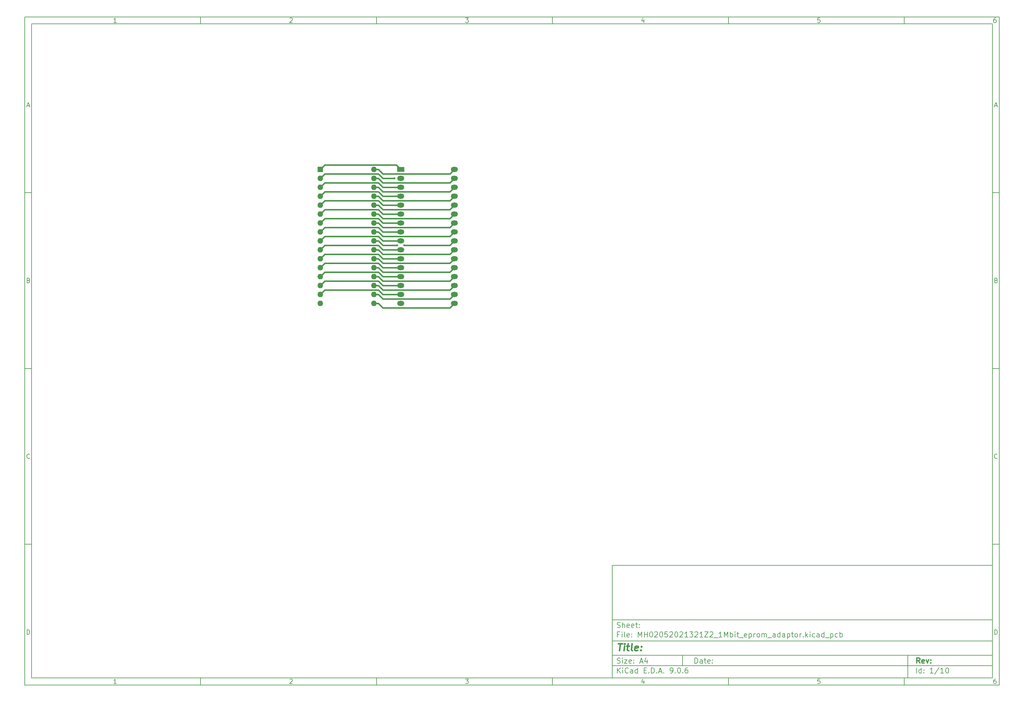
<source format=gbr>
%TF.GenerationSoftware,KiCad,Pcbnew,9.0.6*%
%TF.CreationDate,2026-01-11T11:31:52+09:00*%
%TF.ProjectId,MH02052021321Z2_1Mbit_eprom_adaptor,4d483032-3035-4323-9032-313332315a32,rev?*%
%TF.SameCoordinates,Original*%
%TF.FileFunction,Copper,L1,Top*%
%TF.FilePolarity,Positive*%
%FSLAX46Y46*%
G04 Gerber Fmt 4.6, Leading zero omitted, Abs format (unit mm)*
G04 Created by KiCad (PCBNEW 9.0.6) date 2026-01-11 11:31:52*
%MOMM*%
%LPD*%
G01*
G04 APERTURE LIST*
%ADD10C,0.100000*%
%ADD11C,0.150000*%
%ADD12C,0.300000*%
%ADD13C,0.400000*%
%TA.AperFunction,ComponentPad*%
%ADD14R,1.600000X1.600000*%
%TD*%
%TA.AperFunction,ComponentPad*%
%ADD15O,1.600000X1.600000*%
%TD*%
%TA.AperFunction,ComponentPad*%
%ADD16R,2.000000X1.440000*%
%TD*%
%TA.AperFunction,ComponentPad*%
%ADD17O,2.000000X1.440000*%
%TD*%
%TA.AperFunction,ViaPad*%
%ADD18C,0.600000*%
%TD*%
%TA.AperFunction,Conductor*%
%ADD19C,0.400000*%
%TD*%
G04 APERTURE END LIST*
D10*
D11*
X177002200Y-166007200D02*
X285002200Y-166007200D01*
X285002200Y-198007200D01*
X177002200Y-198007200D01*
X177002200Y-166007200D01*
D10*
D11*
X10000000Y-10000000D02*
X287002200Y-10000000D01*
X287002200Y-200007200D01*
X10000000Y-200007200D01*
X10000000Y-10000000D01*
D10*
D11*
X12000000Y-12000000D02*
X285002200Y-12000000D01*
X285002200Y-198007200D01*
X12000000Y-198007200D01*
X12000000Y-12000000D01*
D10*
D11*
X60000000Y-12000000D02*
X60000000Y-10000000D01*
D10*
D11*
X110000000Y-12000000D02*
X110000000Y-10000000D01*
D10*
D11*
X160000000Y-12000000D02*
X160000000Y-10000000D01*
D10*
D11*
X210000000Y-12000000D02*
X210000000Y-10000000D01*
D10*
D11*
X260000000Y-12000000D02*
X260000000Y-10000000D01*
D10*
D11*
X36089160Y-11593604D02*
X35346303Y-11593604D01*
X35717731Y-11593604D02*
X35717731Y-10293604D01*
X35717731Y-10293604D02*
X35593922Y-10479319D01*
X35593922Y-10479319D02*
X35470112Y-10603128D01*
X35470112Y-10603128D02*
X35346303Y-10665033D01*
D10*
D11*
X85346303Y-10417414D02*
X85408207Y-10355509D01*
X85408207Y-10355509D02*
X85532017Y-10293604D01*
X85532017Y-10293604D02*
X85841541Y-10293604D01*
X85841541Y-10293604D02*
X85965350Y-10355509D01*
X85965350Y-10355509D02*
X86027255Y-10417414D01*
X86027255Y-10417414D02*
X86089160Y-10541223D01*
X86089160Y-10541223D02*
X86089160Y-10665033D01*
X86089160Y-10665033D02*
X86027255Y-10850747D01*
X86027255Y-10850747D02*
X85284398Y-11593604D01*
X85284398Y-11593604D02*
X86089160Y-11593604D01*
D10*
D11*
X135284398Y-10293604D02*
X136089160Y-10293604D01*
X136089160Y-10293604D02*
X135655826Y-10788842D01*
X135655826Y-10788842D02*
X135841541Y-10788842D01*
X135841541Y-10788842D02*
X135965350Y-10850747D01*
X135965350Y-10850747D02*
X136027255Y-10912652D01*
X136027255Y-10912652D02*
X136089160Y-11036461D01*
X136089160Y-11036461D02*
X136089160Y-11345985D01*
X136089160Y-11345985D02*
X136027255Y-11469795D01*
X136027255Y-11469795D02*
X135965350Y-11531700D01*
X135965350Y-11531700D02*
X135841541Y-11593604D01*
X135841541Y-11593604D02*
X135470112Y-11593604D01*
X135470112Y-11593604D02*
X135346303Y-11531700D01*
X135346303Y-11531700D02*
X135284398Y-11469795D01*
D10*
D11*
X185965350Y-10726938D02*
X185965350Y-11593604D01*
X185655826Y-10231700D02*
X185346303Y-11160271D01*
X185346303Y-11160271D02*
X186151064Y-11160271D01*
D10*
D11*
X236027255Y-10293604D02*
X235408207Y-10293604D01*
X235408207Y-10293604D02*
X235346303Y-10912652D01*
X235346303Y-10912652D02*
X235408207Y-10850747D01*
X235408207Y-10850747D02*
X235532017Y-10788842D01*
X235532017Y-10788842D02*
X235841541Y-10788842D01*
X235841541Y-10788842D02*
X235965350Y-10850747D01*
X235965350Y-10850747D02*
X236027255Y-10912652D01*
X236027255Y-10912652D02*
X236089160Y-11036461D01*
X236089160Y-11036461D02*
X236089160Y-11345985D01*
X236089160Y-11345985D02*
X236027255Y-11469795D01*
X236027255Y-11469795D02*
X235965350Y-11531700D01*
X235965350Y-11531700D02*
X235841541Y-11593604D01*
X235841541Y-11593604D02*
X235532017Y-11593604D01*
X235532017Y-11593604D02*
X235408207Y-11531700D01*
X235408207Y-11531700D02*
X235346303Y-11469795D01*
D10*
D11*
X285965350Y-10293604D02*
X285717731Y-10293604D01*
X285717731Y-10293604D02*
X285593922Y-10355509D01*
X285593922Y-10355509D02*
X285532017Y-10417414D01*
X285532017Y-10417414D02*
X285408207Y-10603128D01*
X285408207Y-10603128D02*
X285346303Y-10850747D01*
X285346303Y-10850747D02*
X285346303Y-11345985D01*
X285346303Y-11345985D02*
X285408207Y-11469795D01*
X285408207Y-11469795D02*
X285470112Y-11531700D01*
X285470112Y-11531700D02*
X285593922Y-11593604D01*
X285593922Y-11593604D02*
X285841541Y-11593604D01*
X285841541Y-11593604D02*
X285965350Y-11531700D01*
X285965350Y-11531700D02*
X286027255Y-11469795D01*
X286027255Y-11469795D02*
X286089160Y-11345985D01*
X286089160Y-11345985D02*
X286089160Y-11036461D01*
X286089160Y-11036461D02*
X286027255Y-10912652D01*
X286027255Y-10912652D02*
X285965350Y-10850747D01*
X285965350Y-10850747D02*
X285841541Y-10788842D01*
X285841541Y-10788842D02*
X285593922Y-10788842D01*
X285593922Y-10788842D02*
X285470112Y-10850747D01*
X285470112Y-10850747D02*
X285408207Y-10912652D01*
X285408207Y-10912652D02*
X285346303Y-11036461D01*
D10*
D11*
X60000000Y-198007200D02*
X60000000Y-200007200D01*
D10*
D11*
X110000000Y-198007200D02*
X110000000Y-200007200D01*
D10*
D11*
X160000000Y-198007200D02*
X160000000Y-200007200D01*
D10*
D11*
X210000000Y-198007200D02*
X210000000Y-200007200D01*
D10*
D11*
X260000000Y-198007200D02*
X260000000Y-200007200D01*
D10*
D11*
X36089160Y-199600804D02*
X35346303Y-199600804D01*
X35717731Y-199600804D02*
X35717731Y-198300804D01*
X35717731Y-198300804D02*
X35593922Y-198486519D01*
X35593922Y-198486519D02*
X35470112Y-198610328D01*
X35470112Y-198610328D02*
X35346303Y-198672233D01*
D10*
D11*
X85346303Y-198424614D02*
X85408207Y-198362709D01*
X85408207Y-198362709D02*
X85532017Y-198300804D01*
X85532017Y-198300804D02*
X85841541Y-198300804D01*
X85841541Y-198300804D02*
X85965350Y-198362709D01*
X85965350Y-198362709D02*
X86027255Y-198424614D01*
X86027255Y-198424614D02*
X86089160Y-198548423D01*
X86089160Y-198548423D02*
X86089160Y-198672233D01*
X86089160Y-198672233D02*
X86027255Y-198857947D01*
X86027255Y-198857947D02*
X85284398Y-199600804D01*
X85284398Y-199600804D02*
X86089160Y-199600804D01*
D10*
D11*
X135284398Y-198300804D02*
X136089160Y-198300804D01*
X136089160Y-198300804D02*
X135655826Y-198796042D01*
X135655826Y-198796042D02*
X135841541Y-198796042D01*
X135841541Y-198796042D02*
X135965350Y-198857947D01*
X135965350Y-198857947D02*
X136027255Y-198919852D01*
X136027255Y-198919852D02*
X136089160Y-199043661D01*
X136089160Y-199043661D02*
X136089160Y-199353185D01*
X136089160Y-199353185D02*
X136027255Y-199476995D01*
X136027255Y-199476995D02*
X135965350Y-199538900D01*
X135965350Y-199538900D02*
X135841541Y-199600804D01*
X135841541Y-199600804D02*
X135470112Y-199600804D01*
X135470112Y-199600804D02*
X135346303Y-199538900D01*
X135346303Y-199538900D02*
X135284398Y-199476995D01*
D10*
D11*
X185965350Y-198734138D02*
X185965350Y-199600804D01*
X185655826Y-198238900D02*
X185346303Y-199167471D01*
X185346303Y-199167471D02*
X186151064Y-199167471D01*
D10*
D11*
X236027255Y-198300804D02*
X235408207Y-198300804D01*
X235408207Y-198300804D02*
X235346303Y-198919852D01*
X235346303Y-198919852D02*
X235408207Y-198857947D01*
X235408207Y-198857947D02*
X235532017Y-198796042D01*
X235532017Y-198796042D02*
X235841541Y-198796042D01*
X235841541Y-198796042D02*
X235965350Y-198857947D01*
X235965350Y-198857947D02*
X236027255Y-198919852D01*
X236027255Y-198919852D02*
X236089160Y-199043661D01*
X236089160Y-199043661D02*
X236089160Y-199353185D01*
X236089160Y-199353185D02*
X236027255Y-199476995D01*
X236027255Y-199476995D02*
X235965350Y-199538900D01*
X235965350Y-199538900D02*
X235841541Y-199600804D01*
X235841541Y-199600804D02*
X235532017Y-199600804D01*
X235532017Y-199600804D02*
X235408207Y-199538900D01*
X235408207Y-199538900D02*
X235346303Y-199476995D01*
D10*
D11*
X285965350Y-198300804D02*
X285717731Y-198300804D01*
X285717731Y-198300804D02*
X285593922Y-198362709D01*
X285593922Y-198362709D02*
X285532017Y-198424614D01*
X285532017Y-198424614D02*
X285408207Y-198610328D01*
X285408207Y-198610328D02*
X285346303Y-198857947D01*
X285346303Y-198857947D02*
X285346303Y-199353185D01*
X285346303Y-199353185D02*
X285408207Y-199476995D01*
X285408207Y-199476995D02*
X285470112Y-199538900D01*
X285470112Y-199538900D02*
X285593922Y-199600804D01*
X285593922Y-199600804D02*
X285841541Y-199600804D01*
X285841541Y-199600804D02*
X285965350Y-199538900D01*
X285965350Y-199538900D02*
X286027255Y-199476995D01*
X286027255Y-199476995D02*
X286089160Y-199353185D01*
X286089160Y-199353185D02*
X286089160Y-199043661D01*
X286089160Y-199043661D02*
X286027255Y-198919852D01*
X286027255Y-198919852D02*
X285965350Y-198857947D01*
X285965350Y-198857947D02*
X285841541Y-198796042D01*
X285841541Y-198796042D02*
X285593922Y-198796042D01*
X285593922Y-198796042D02*
X285470112Y-198857947D01*
X285470112Y-198857947D02*
X285408207Y-198919852D01*
X285408207Y-198919852D02*
X285346303Y-199043661D01*
D10*
D11*
X10000000Y-60000000D02*
X12000000Y-60000000D01*
D10*
D11*
X10000000Y-110000000D02*
X12000000Y-110000000D01*
D10*
D11*
X10000000Y-160000000D02*
X12000000Y-160000000D01*
D10*
D11*
X10690476Y-35222176D02*
X11309523Y-35222176D01*
X10566666Y-35593604D02*
X10999999Y-34293604D01*
X10999999Y-34293604D02*
X11433333Y-35593604D01*
D10*
D11*
X11092857Y-84912652D02*
X11278571Y-84974557D01*
X11278571Y-84974557D02*
X11340476Y-85036461D01*
X11340476Y-85036461D02*
X11402380Y-85160271D01*
X11402380Y-85160271D02*
X11402380Y-85345985D01*
X11402380Y-85345985D02*
X11340476Y-85469795D01*
X11340476Y-85469795D02*
X11278571Y-85531700D01*
X11278571Y-85531700D02*
X11154761Y-85593604D01*
X11154761Y-85593604D02*
X10659523Y-85593604D01*
X10659523Y-85593604D02*
X10659523Y-84293604D01*
X10659523Y-84293604D02*
X11092857Y-84293604D01*
X11092857Y-84293604D02*
X11216666Y-84355509D01*
X11216666Y-84355509D02*
X11278571Y-84417414D01*
X11278571Y-84417414D02*
X11340476Y-84541223D01*
X11340476Y-84541223D02*
X11340476Y-84665033D01*
X11340476Y-84665033D02*
X11278571Y-84788842D01*
X11278571Y-84788842D02*
X11216666Y-84850747D01*
X11216666Y-84850747D02*
X11092857Y-84912652D01*
X11092857Y-84912652D02*
X10659523Y-84912652D01*
D10*
D11*
X11402380Y-135469795D02*
X11340476Y-135531700D01*
X11340476Y-135531700D02*
X11154761Y-135593604D01*
X11154761Y-135593604D02*
X11030952Y-135593604D01*
X11030952Y-135593604D02*
X10845238Y-135531700D01*
X10845238Y-135531700D02*
X10721428Y-135407890D01*
X10721428Y-135407890D02*
X10659523Y-135284080D01*
X10659523Y-135284080D02*
X10597619Y-135036461D01*
X10597619Y-135036461D02*
X10597619Y-134850747D01*
X10597619Y-134850747D02*
X10659523Y-134603128D01*
X10659523Y-134603128D02*
X10721428Y-134479319D01*
X10721428Y-134479319D02*
X10845238Y-134355509D01*
X10845238Y-134355509D02*
X11030952Y-134293604D01*
X11030952Y-134293604D02*
X11154761Y-134293604D01*
X11154761Y-134293604D02*
X11340476Y-134355509D01*
X11340476Y-134355509D02*
X11402380Y-134417414D01*
D10*
D11*
X10659523Y-185593604D02*
X10659523Y-184293604D01*
X10659523Y-184293604D02*
X10969047Y-184293604D01*
X10969047Y-184293604D02*
X11154761Y-184355509D01*
X11154761Y-184355509D02*
X11278571Y-184479319D01*
X11278571Y-184479319D02*
X11340476Y-184603128D01*
X11340476Y-184603128D02*
X11402380Y-184850747D01*
X11402380Y-184850747D02*
X11402380Y-185036461D01*
X11402380Y-185036461D02*
X11340476Y-185284080D01*
X11340476Y-185284080D02*
X11278571Y-185407890D01*
X11278571Y-185407890D02*
X11154761Y-185531700D01*
X11154761Y-185531700D02*
X10969047Y-185593604D01*
X10969047Y-185593604D02*
X10659523Y-185593604D01*
D10*
D11*
X287002200Y-60000000D02*
X285002200Y-60000000D01*
D10*
D11*
X287002200Y-110000000D02*
X285002200Y-110000000D01*
D10*
D11*
X287002200Y-160000000D02*
X285002200Y-160000000D01*
D10*
D11*
X285692676Y-35222176D02*
X286311723Y-35222176D01*
X285568866Y-35593604D02*
X286002199Y-34293604D01*
X286002199Y-34293604D02*
X286435533Y-35593604D01*
D10*
D11*
X286095057Y-84912652D02*
X286280771Y-84974557D01*
X286280771Y-84974557D02*
X286342676Y-85036461D01*
X286342676Y-85036461D02*
X286404580Y-85160271D01*
X286404580Y-85160271D02*
X286404580Y-85345985D01*
X286404580Y-85345985D02*
X286342676Y-85469795D01*
X286342676Y-85469795D02*
X286280771Y-85531700D01*
X286280771Y-85531700D02*
X286156961Y-85593604D01*
X286156961Y-85593604D02*
X285661723Y-85593604D01*
X285661723Y-85593604D02*
X285661723Y-84293604D01*
X285661723Y-84293604D02*
X286095057Y-84293604D01*
X286095057Y-84293604D02*
X286218866Y-84355509D01*
X286218866Y-84355509D02*
X286280771Y-84417414D01*
X286280771Y-84417414D02*
X286342676Y-84541223D01*
X286342676Y-84541223D02*
X286342676Y-84665033D01*
X286342676Y-84665033D02*
X286280771Y-84788842D01*
X286280771Y-84788842D02*
X286218866Y-84850747D01*
X286218866Y-84850747D02*
X286095057Y-84912652D01*
X286095057Y-84912652D02*
X285661723Y-84912652D01*
D10*
D11*
X286404580Y-135469795D02*
X286342676Y-135531700D01*
X286342676Y-135531700D02*
X286156961Y-135593604D01*
X286156961Y-135593604D02*
X286033152Y-135593604D01*
X286033152Y-135593604D02*
X285847438Y-135531700D01*
X285847438Y-135531700D02*
X285723628Y-135407890D01*
X285723628Y-135407890D02*
X285661723Y-135284080D01*
X285661723Y-135284080D02*
X285599819Y-135036461D01*
X285599819Y-135036461D02*
X285599819Y-134850747D01*
X285599819Y-134850747D02*
X285661723Y-134603128D01*
X285661723Y-134603128D02*
X285723628Y-134479319D01*
X285723628Y-134479319D02*
X285847438Y-134355509D01*
X285847438Y-134355509D02*
X286033152Y-134293604D01*
X286033152Y-134293604D02*
X286156961Y-134293604D01*
X286156961Y-134293604D02*
X286342676Y-134355509D01*
X286342676Y-134355509D02*
X286404580Y-134417414D01*
D10*
D11*
X285661723Y-185593604D02*
X285661723Y-184293604D01*
X285661723Y-184293604D02*
X285971247Y-184293604D01*
X285971247Y-184293604D02*
X286156961Y-184355509D01*
X286156961Y-184355509D02*
X286280771Y-184479319D01*
X286280771Y-184479319D02*
X286342676Y-184603128D01*
X286342676Y-184603128D02*
X286404580Y-184850747D01*
X286404580Y-184850747D02*
X286404580Y-185036461D01*
X286404580Y-185036461D02*
X286342676Y-185284080D01*
X286342676Y-185284080D02*
X286280771Y-185407890D01*
X286280771Y-185407890D02*
X286156961Y-185531700D01*
X286156961Y-185531700D02*
X285971247Y-185593604D01*
X285971247Y-185593604D02*
X285661723Y-185593604D01*
D10*
D11*
X200458026Y-193793328D02*
X200458026Y-192293328D01*
X200458026Y-192293328D02*
X200815169Y-192293328D01*
X200815169Y-192293328D02*
X201029455Y-192364757D01*
X201029455Y-192364757D02*
X201172312Y-192507614D01*
X201172312Y-192507614D02*
X201243741Y-192650471D01*
X201243741Y-192650471D02*
X201315169Y-192936185D01*
X201315169Y-192936185D02*
X201315169Y-193150471D01*
X201315169Y-193150471D02*
X201243741Y-193436185D01*
X201243741Y-193436185D02*
X201172312Y-193579042D01*
X201172312Y-193579042D02*
X201029455Y-193721900D01*
X201029455Y-193721900D02*
X200815169Y-193793328D01*
X200815169Y-193793328D02*
X200458026Y-193793328D01*
X202600884Y-193793328D02*
X202600884Y-193007614D01*
X202600884Y-193007614D02*
X202529455Y-192864757D01*
X202529455Y-192864757D02*
X202386598Y-192793328D01*
X202386598Y-192793328D02*
X202100884Y-192793328D01*
X202100884Y-192793328D02*
X201958026Y-192864757D01*
X202600884Y-193721900D02*
X202458026Y-193793328D01*
X202458026Y-193793328D02*
X202100884Y-193793328D01*
X202100884Y-193793328D02*
X201958026Y-193721900D01*
X201958026Y-193721900D02*
X201886598Y-193579042D01*
X201886598Y-193579042D02*
X201886598Y-193436185D01*
X201886598Y-193436185D02*
X201958026Y-193293328D01*
X201958026Y-193293328D02*
X202100884Y-193221900D01*
X202100884Y-193221900D02*
X202458026Y-193221900D01*
X202458026Y-193221900D02*
X202600884Y-193150471D01*
X203100884Y-192793328D02*
X203672312Y-192793328D01*
X203315169Y-192293328D02*
X203315169Y-193579042D01*
X203315169Y-193579042D02*
X203386598Y-193721900D01*
X203386598Y-193721900D02*
X203529455Y-193793328D01*
X203529455Y-193793328D02*
X203672312Y-193793328D01*
X204743741Y-193721900D02*
X204600884Y-193793328D01*
X204600884Y-193793328D02*
X204315170Y-193793328D01*
X204315170Y-193793328D02*
X204172312Y-193721900D01*
X204172312Y-193721900D02*
X204100884Y-193579042D01*
X204100884Y-193579042D02*
X204100884Y-193007614D01*
X204100884Y-193007614D02*
X204172312Y-192864757D01*
X204172312Y-192864757D02*
X204315170Y-192793328D01*
X204315170Y-192793328D02*
X204600884Y-192793328D01*
X204600884Y-192793328D02*
X204743741Y-192864757D01*
X204743741Y-192864757D02*
X204815170Y-193007614D01*
X204815170Y-193007614D02*
X204815170Y-193150471D01*
X204815170Y-193150471D02*
X204100884Y-193293328D01*
X205458026Y-193650471D02*
X205529455Y-193721900D01*
X205529455Y-193721900D02*
X205458026Y-193793328D01*
X205458026Y-193793328D02*
X205386598Y-193721900D01*
X205386598Y-193721900D02*
X205458026Y-193650471D01*
X205458026Y-193650471D02*
X205458026Y-193793328D01*
X205458026Y-192864757D02*
X205529455Y-192936185D01*
X205529455Y-192936185D02*
X205458026Y-193007614D01*
X205458026Y-193007614D02*
X205386598Y-192936185D01*
X205386598Y-192936185D02*
X205458026Y-192864757D01*
X205458026Y-192864757D02*
X205458026Y-193007614D01*
D10*
D11*
X177002200Y-194507200D02*
X285002200Y-194507200D01*
D10*
D11*
X178458026Y-196593328D02*
X178458026Y-195093328D01*
X179315169Y-196593328D02*
X178672312Y-195736185D01*
X179315169Y-195093328D02*
X178458026Y-195950471D01*
X179958026Y-196593328D02*
X179958026Y-195593328D01*
X179958026Y-195093328D02*
X179886598Y-195164757D01*
X179886598Y-195164757D02*
X179958026Y-195236185D01*
X179958026Y-195236185D02*
X180029455Y-195164757D01*
X180029455Y-195164757D02*
X179958026Y-195093328D01*
X179958026Y-195093328D02*
X179958026Y-195236185D01*
X181529455Y-196450471D02*
X181458027Y-196521900D01*
X181458027Y-196521900D02*
X181243741Y-196593328D01*
X181243741Y-196593328D02*
X181100884Y-196593328D01*
X181100884Y-196593328D02*
X180886598Y-196521900D01*
X180886598Y-196521900D02*
X180743741Y-196379042D01*
X180743741Y-196379042D02*
X180672312Y-196236185D01*
X180672312Y-196236185D02*
X180600884Y-195950471D01*
X180600884Y-195950471D02*
X180600884Y-195736185D01*
X180600884Y-195736185D02*
X180672312Y-195450471D01*
X180672312Y-195450471D02*
X180743741Y-195307614D01*
X180743741Y-195307614D02*
X180886598Y-195164757D01*
X180886598Y-195164757D02*
X181100884Y-195093328D01*
X181100884Y-195093328D02*
X181243741Y-195093328D01*
X181243741Y-195093328D02*
X181458027Y-195164757D01*
X181458027Y-195164757D02*
X181529455Y-195236185D01*
X182815170Y-196593328D02*
X182815170Y-195807614D01*
X182815170Y-195807614D02*
X182743741Y-195664757D01*
X182743741Y-195664757D02*
X182600884Y-195593328D01*
X182600884Y-195593328D02*
X182315170Y-195593328D01*
X182315170Y-195593328D02*
X182172312Y-195664757D01*
X182815170Y-196521900D02*
X182672312Y-196593328D01*
X182672312Y-196593328D02*
X182315170Y-196593328D01*
X182315170Y-196593328D02*
X182172312Y-196521900D01*
X182172312Y-196521900D02*
X182100884Y-196379042D01*
X182100884Y-196379042D02*
X182100884Y-196236185D01*
X182100884Y-196236185D02*
X182172312Y-196093328D01*
X182172312Y-196093328D02*
X182315170Y-196021900D01*
X182315170Y-196021900D02*
X182672312Y-196021900D01*
X182672312Y-196021900D02*
X182815170Y-195950471D01*
X184172313Y-196593328D02*
X184172313Y-195093328D01*
X184172313Y-196521900D02*
X184029455Y-196593328D01*
X184029455Y-196593328D02*
X183743741Y-196593328D01*
X183743741Y-196593328D02*
X183600884Y-196521900D01*
X183600884Y-196521900D02*
X183529455Y-196450471D01*
X183529455Y-196450471D02*
X183458027Y-196307614D01*
X183458027Y-196307614D02*
X183458027Y-195879042D01*
X183458027Y-195879042D02*
X183529455Y-195736185D01*
X183529455Y-195736185D02*
X183600884Y-195664757D01*
X183600884Y-195664757D02*
X183743741Y-195593328D01*
X183743741Y-195593328D02*
X184029455Y-195593328D01*
X184029455Y-195593328D02*
X184172313Y-195664757D01*
X186029455Y-195807614D02*
X186529455Y-195807614D01*
X186743741Y-196593328D02*
X186029455Y-196593328D01*
X186029455Y-196593328D02*
X186029455Y-195093328D01*
X186029455Y-195093328D02*
X186743741Y-195093328D01*
X187386598Y-196450471D02*
X187458027Y-196521900D01*
X187458027Y-196521900D02*
X187386598Y-196593328D01*
X187386598Y-196593328D02*
X187315170Y-196521900D01*
X187315170Y-196521900D02*
X187386598Y-196450471D01*
X187386598Y-196450471D02*
X187386598Y-196593328D01*
X188100884Y-196593328D02*
X188100884Y-195093328D01*
X188100884Y-195093328D02*
X188458027Y-195093328D01*
X188458027Y-195093328D02*
X188672313Y-195164757D01*
X188672313Y-195164757D02*
X188815170Y-195307614D01*
X188815170Y-195307614D02*
X188886599Y-195450471D01*
X188886599Y-195450471D02*
X188958027Y-195736185D01*
X188958027Y-195736185D02*
X188958027Y-195950471D01*
X188958027Y-195950471D02*
X188886599Y-196236185D01*
X188886599Y-196236185D02*
X188815170Y-196379042D01*
X188815170Y-196379042D02*
X188672313Y-196521900D01*
X188672313Y-196521900D02*
X188458027Y-196593328D01*
X188458027Y-196593328D02*
X188100884Y-196593328D01*
X189600884Y-196450471D02*
X189672313Y-196521900D01*
X189672313Y-196521900D02*
X189600884Y-196593328D01*
X189600884Y-196593328D02*
X189529456Y-196521900D01*
X189529456Y-196521900D02*
X189600884Y-196450471D01*
X189600884Y-196450471D02*
X189600884Y-196593328D01*
X190243742Y-196164757D02*
X190958028Y-196164757D01*
X190100885Y-196593328D02*
X190600885Y-195093328D01*
X190600885Y-195093328D02*
X191100885Y-196593328D01*
X191600884Y-196450471D02*
X191672313Y-196521900D01*
X191672313Y-196521900D02*
X191600884Y-196593328D01*
X191600884Y-196593328D02*
X191529456Y-196521900D01*
X191529456Y-196521900D02*
X191600884Y-196450471D01*
X191600884Y-196450471D02*
X191600884Y-196593328D01*
X193529456Y-196593328D02*
X193815170Y-196593328D01*
X193815170Y-196593328D02*
X193958027Y-196521900D01*
X193958027Y-196521900D02*
X194029456Y-196450471D01*
X194029456Y-196450471D02*
X194172313Y-196236185D01*
X194172313Y-196236185D02*
X194243742Y-195950471D01*
X194243742Y-195950471D02*
X194243742Y-195379042D01*
X194243742Y-195379042D02*
X194172313Y-195236185D01*
X194172313Y-195236185D02*
X194100885Y-195164757D01*
X194100885Y-195164757D02*
X193958027Y-195093328D01*
X193958027Y-195093328D02*
X193672313Y-195093328D01*
X193672313Y-195093328D02*
X193529456Y-195164757D01*
X193529456Y-195164757D02*
X193458027Y-195236185D01*
X193458027Y-195236185D02*
X193386599Y-195379042D01*
X193386599Y-195379042D02*
X193386599Y-195736185D01*
X193386599Y-195736185D02*
X193458027Y-195879042D01*
X193458027Y-195879042D02*
X193529456Y-195950471D01*
X193529456Y-195950471D02*
X193672313Y-196021900D01*
X193672313Y-196021900D02*
X193958027Y-196021900D01*
X193958027Y-196021900D02*
X194100885Y-195950471D01*
X194100885Y-195950471D02*
X194172313Y-195879042D01*
X194172313Y-195879042D02*
X194243742Y-195736185D01*
X194886598Y-196450471D02*
X194958027Y-196521900D01*
X194958027Y-196521900D02*
X194886598Y-196593328D01*
X194886598Y-196593328D02*
X194815170Y-196521900D01*
X194815170Y-196521900D02*
X194886598Y-196450471D01*
X194886598Y-196450471D02*
X194886598Y-196593328D01*
X195886599Y-195093328D02*
X196029456Y-195093328D01*
X196029456Y-195093328D02*
X196172313Y-195164757D01*
X196172313Y-195164757D02*
X196243742Y-195236185D01*
X196243742Y-195236185D02*
X196315170Y-195379042D01*
X196315170Y-195379042D02*
X196386599Y-195664757D01*
X196386599Y-195664757D02*
X196386599Y-196021900D01*
X196386599Y-196021900D02*
X196315170Y-196307614D01*
X196315170Y-196307614D02*
X196243742Y-196450471D01*
X196243742Y-196450471D02*
X196172313Y-196521900D01*
X196172313Y-196521900D02*
X196029456Y-196593328D01*
X196029456Y-196593328D02*
X195886599Y-196593328D01*
X195886599Y-196593328D02*
X195743742Y-196521900D01*
X195743742Y-196521900D02*
X195672313Y-196450471D01*
X195672313Y-196450471D02*
X195600884Y-196307614D01*
X195600884Y-196307614D02*
X195529456Y-196021900D01*
X195529456Y-196021900D02*
X195529456Y-195664757D01*
X195529456Y-195664757D02*
X195600884Y-195379042D01*
X195600884Y-195379042D02*
X195672313Y-195236185D01*
X195672313Y-195236185D02*
X195743742Y-195164757D01*
X195743742Y-195164757D02*
X195886599Y-195093328D01*
X197029455Y-196450471D02*
X197100884Y-196521900D01*
X197100884Y-196521900D02*
X197029455Y-196593328D01*
X197029455Y-196593328D02*
X196958027Y-196521900D01*
X196958027Y-196521900D02*
X197029455Y-196450471D01*
X197029455Y-196450471D02*
X197029455Y-196593328D01*
X198386599Y-195093328D02*
X198100884Y-195093328D01*
X198100884Y-195093328D02*
X197958027Y-195164757D01*
X197958027Y-195164757D02*
X197886599Y-195236185D01*
X197886599Y-195236185D02*
X197743741Y-195450471D01*
X197743741Y-195450471D02*
X197672313Y-195736185D01*
X197672313Y-195736185D02*
X197672313Y-196307614D01*
X197672313Y-196307614D02*
X197743741Y-196450471D01*
X197743741Y-196450471D02*
X197815170Y-196521900D01*
X197815170Y-196521900D02*
X197958027Y-196593328D01*
X197958027Y-196593328D02*
X198243741Y-196593328D01*
X198243741Y-196593328D02*
X198386599Y-196521900D01*
X198386599Y-196521900D02*
X198458027Y-196450471D01*
X198458027Y-196450471D02*
X198529456Y-196307614D01*
X198529456Y-196307614D02*
X198529456Y-195950471D01*
X198529456Y-195950471D02*
X198458027Y-195807614D01*
X198458027Y-195807614D02*
X198386599Y-195736185D01*
X198386599Y-195736185D02*
X198243741Y-195664757D01*
X198243741Y-195664757D02*
X197958027Y-195664757D01*
X197958027Y-195664757D02*
X197815170Y-195736185D01*
X197815170Y-195736185D02*
X197743741Y-195807614D01*
X197743741Y-195807614D02*
X197672313Y-195950471D01*
D10*
D11*
X177002200Y-191507200D02*
X285002200Y-191507200D01*
D10*
D12*
X264413853Y-193785528D02*
X263913853Y-193071242D01*
X263556710Y-193785528D02*
X263556710Y-192285528D01*
X263556710Y-192285528D02*
X264128139Y-192285528D01*
X264128139Y-192285528D02*
X264270996Y-192356957D01*
X264270996Y-192356957D02*
X264342425Y-192428385D01*
X264342425Y-192428385D02*
X264413853Y-192571242D01*
X264413853Y-192571242D02*
X264413853Y-192785528D01*
X264413853Y-192785528D02*
X264342425Y-192928385D01*
X264342425Y-192928385D02*
X264270996Y-192999814D01*
X264270996Y-192999814D02*
X264128139Y-193071242D01*
X264128139Y-193071242D02*
X263556710Y-193071242D01*
X265628139Y-193714100D02*
X265485282Y-193785528D01*
X265485282Y-193785528D02*
X265199568Y-193785528D01*
X265199568Y-193785528D02*
X265056710Y-193714100D01*
X265056710Y-193714100D02*
X264985282Y-193571242D01*
X264985282Y-193571242D02*
X264985282Y-192999814D01*
X264985282Y-192999814D02*
X265056710Y-192856957D01*
X265056710Y-192856957D02*
X265199568Y-192785528D01*
X265199568Y-192785528D02*
X265485282Y-192785528D01*
X265485282Y-192785528D02*
X265628139Y-192856957D01*
X265628139Y-192856957D02*
X265699568Y-192999814D01*
X265699568Y-192999814D02*
X265699568Y-193142671D01*
X265699568Y-193142671D02*
X264985282Y-193285528D01*
X266199567Y-192785528D02*
X266556710Y-193785528D01*
X266556710Y-193785528D02*
X266913853Y-192785528D01*
X267485281Y-193642671D02*
X267556710Y-193714100D01*
X267556710Y-193714100D02*
X267485281Y-193785528D01*
X267485281Y-193785528D02*
X267413853Y-193714100D01*
X267413853Y-193714100D02*
X267485281Y-193642671D01*
X267485281Y-193642671D02*
X267485281Y-193785528D01*
X267485281Y-192856957D02*
X267556710Y-192928385D01*
X267556710Y-192928385D02*
X267485281Y-192999814D01*
X267485281Y-192999814D02*
X267413853Y-192928385D01*
X267413853Y-192928385D02*
X267485281Y-192856957D01*
X267485281Y-192856957D02*
X267485281Y-192999814D01*
D10*
D11*
X178386598Y-193721900D02*
X178600884Y-193793328D01*
X178600884Y-193793328D02*
X178958026Y-193793328D01*
X178958026Y-193793328D02*
X179100884Y-193721900D01*
X179100884Y-193721900D02*
X179172312Y-193650471D01*
X179172312Y-193650471D02*
X179243741Y-193507614D01*
X179243741Y-193507614D02*
X179243741Y-193364757D01*
X179243741Y-193364757D02*
X179172312Y-193221900D01*
X179172312Y-193221900D02*
X179100884Y-193150471D01*
X179100884Y-193150471D02*
X178958026Y-193079042D01*
X178958026Y-193079042D02*
X178672312Y-193007614D01*
X178672312Y-193007614D02*
X178529455Y-192936185D01*
X178529455Y-192936185D02*
X178458026Y-192864757D01*
X178458026Y-192864757D02*
X178386598Y-192721900D01*
X178386598Y-192721900D02*
X178386598Y-192579042D01*
X178386598Y-192579042D02*
X178458026Y-192436185D01*
X178458026Y-192436185D02*
X178529455Y-192364757D01*
X178529455Y-192364757D02*
X178672312Y-192293328D01*
X178672312Y-192293328D02*
X179029455Y-192293328D01*
X179029455Y-192293328D02*
X179243741Y-192364757D01*
X179886597Y-193793328D02*
X179886597Y-192793328D01*
X179886597Y-192293328D02*
X179815169Y-192364757D01*
X179815169Y-192364757D02*
X179886597Y-192436185D01*
X179886597Y-192436185D02*
X179958026Y-192364757D01*
X179958026Y-192364757D02*
X179886597Y-192293328D01*
X179886597Y-192293328D02*
X179886597Y-192436185D01*
X180458026Y-192793328D02*
X181243741Y-192793328D01*
X181243741Y-192793328D02*
X180458026Y-193793328D01*
X180458026Y-193793328D02*
X181243741Y-193793328D01*
X182386598Y-193721900D02*
X182243741Y-193793328D01*
X182243741Y-193793328D02*
X181958027Y-193793328D01*
X181958027Y-193793328D02*
X181815169Y-193721900D01*
X181815169Y-193721900D02*
X181743741Y-193579042D01*
X181743741Y-193579042D02*
X181743741Y-193007614D01*
X181743741Y-193007614D02*
X181815169Y-192864757D01*
X181815169Y-192864757D02*
X181958027Y-192793328D01*
X181958027Y-192793328D02*
X182243741Y-192793328D01*
X182243741Y-192793328D02*
X182386598Y-192864757D01*
X182386598Y-192864757D02*
X182458027Y-193007614D01*
X182458027Y-193007614D02*
X182458027Y-193150471D01*
X182458027Y-193150471D02*
X181743741Y-193293328D01*
X183100883Y-193650471D02*
X183172312Y-193721900D01*
X183172312Y-193721900D02*
X183100883Y-193793328D01*
X183100883Y-193793328D02*
X183029455Y-193721900D01*
X183029455Y-193721900D02*
X183100883Y-193650471D01*
X183100883Y-193650471D02*
X183100883Y-193793328D01*
X183100883Y-192864757D02*
X183172312Y-192936185D01*
X183172312Y-192936185D02*
X183100883Y-193007614D01*
X183100883Y-193007614D02*
X183029455Y-192936185D01*
X183029455Y-192936185D02*
X183100883Y-192864757D01*
X183100883Y-192864757D02*
X183100883Y-193007614D01*
X184886598Y-193364757D02*
X185600884Y-193364757D01*
X184743741Y-193793328D02*
X185243741Y-192293328D01*
X185243741Y-192293328D02*
X185743741Y-193793328D01*
X186886598Y-192793328D02*
X186886598Y-193793328D01*
X186529455Y-192221900D02*
X186172312Y-193293328D01*
X186172312Y-193293328D02*
X187100883Y-193293328D01*
D10*
D11*
X263458026Y-196593328D02*
X263458026Y-195093328D01*
X264815170Y-196593328D02*
X264815170Y-195093328D01*
X264815170Y-196521900D02*
X264672312Y-196593328D01*
X264672312Y-196593328D02*
X264386598Y-196593328D01*
X264386598Y-196593328D02*
X264243741Y-196521900D01*
X264243741Y-196521900D02*
X264172312Y-196450471D01*
X264172312Y-196450471D02*
X264100884Y-196307614D01*
X264100884Y-196307614D02*
X264100884Y-195879042D01*
X264100884Y-195879042D02*
X264172312Y-195736185D01*
X264172312Y-195736185D02*
X264243741Y-195664757D01*
X264243741Y-195664757D02*
X264386598Y-195593328D01*
X264386598Y-195593328D02*
X264672312Y-195593328D01*
X264672312Y-195593328D02*
X264815170Y-195664757D01*
X265529455Y-196450471D02*
X265600884Y-196521900D01*
X265600884Y-196521900D02*
X265529455Y-196593328D01*
X265529455Y-196593328D02*
X265458027Y-196521900D01*
X265458027Y-196521900D02*
X265529455Y-196450471D01*
X265529455Y-196450471D02*
X265529455Y-196593328D01*
X265529455Y-195664757D02*
X265600884Y-195736185D01*
X265600884Y-195736185D02*
X265529455Y-195807614D01*
X265529455Y-195807614D02*
X265458027Y-195736185D01*
X265458027Y-195736185D02*
X265529455Y-195664757D01*
X265529455Y-195664757D02*
X265529455Y-195807614D01*
X268172313Y-196593328D02*
X267315170Y-196593328D01*
X267743741Y-196593328D02*
X267743741Y-195093328D01*
X267743741Y-195093328D02*
X267600884Y-195307614D01*
X267600884Y-195307614D02*
X267458027Y-195450471D01*
X267458027Y-195450471D02*
X267315170Y-195521900D01*
X269886598Y-195021900D02*
X268600884Y-196950471D01*
X271172313Y-196593328D02*
X270315170Y-196593328D01*
X270743741Y-196593328D02*
X270743741Y-195093328D01*
X270743741Y-195093328D02*
X270600884Y-195307614D01*
X270600884Y-195307614D02*
X270458027Y-195450471D01*
X270458027Y-195450471D02*
X270315170Y-195521900D01*
X272100884Y-195093328D02*
X272243741Y-195093328D01*
X272243741Y-195093328D02*
X272386598Y-195164757D01*
X272386598Y-195164757D02*
X272458027Y-195236185D01*
X272458027Y-195236185D02*
X272529455Y-195379042D01*
X272529455Y-195379042D02*
X272600884Y-195664757D01*
X272600884Y-195664757D02*
X272600884Y-196021900D01*
X272600884Y-196021900D02*
X272529455Y-196307614D01*
X272529455Y-196307614D02*
X272458027Y-196450471D01*
X272458027Y-196450471D02*
X272386598Y-196521900D01*
X272386598Y-196521900D02*
X272243741Y-196593328D01*
X272243741Y-196593328D02*
X272100884Y-196593328D01*
X272100884Y-196593328D02*
X271958027Y-196521900D01*
X271958027Y-196521900D02*
X271886598Y-196450471D01*
X271886598Y-196450471D02*
X271815169Y-196307614D01*
X271815169Y-196307614D02*
X271743741Y-196021900D01*
X271743741Y-196021900D02*
X271743741Y-195664757D01*
X271743741Y-195664757D02*
X271815169Y-195379042D01*
X271815169Y-195379042D02*
X271886598Y-195236185D01*
X271886598Y-195236185D02*
X271958027Y-195164757D01*
X271958027Y-195164757D02*
X272100884Y-195093328D01*
D10*
D11*
X177002200Y-187507200D02*
X285002200Y-187507200D01*
D10*
D13*
X178693928Y-188211638D02*
X179836785Y-188211638D01*
X179015357Y-190211638D02*
X179265357Y-188211638D01*
X180253452Y-190211638D02*
X180420119Y-188878304D01*
X180503452Y-188211638D02*
X180396309Y-188306876D01*
X180396309Y-188306876D02*
X180479643Y-188402114D01*
X180479643Y-188402114D02*
X180586786Y-188306876D01*
X180586786Y-188306876D02*
X180503452Y-188211638D01*
X180503452Y-188211638D02*
X180479643Y-188402114D01*
X181086786Y-188878304D02*
X181848690Y-188878304D01*
X181455833Y-188211638D02*
X181241548Y-189925923D01*
X181241548Y-189925923D02*
X181312976Y-190116400D01*
X181312976Y-190116400D02*
X181491548Y-190211638D01*
X181491548Y-190211638D02*
X181682024Y-190211638D01*
X182634405Y-190211638D02*
X182455833Y-190116400D01*
X182455833Y-190116400D02*
X182384405Y-189925923D01*
X182384405Y-189925923D02*
X182598690Y-188211638D01*
X184170119Y-190116400D02*
X183967738Y-190211638D01*
X183967738Y-190211638D02*
X183586785Y-190211638D01*
X183586785Y-190211638D02*
X183408214Y-190116400D01*
X183408214Y-190116400D02*
X183336785Y-189925923D01*
X183336785Y-189925923D02*
X183432024Y-189164019D01*
X183432024Y-189164019D02*
X183551071Y-188973542D01*
X183551071Y-188973542D02*
X183753452Y-188878304D01*
X183753452Y-188878304D02*
X184134404Y-188878304D01*
X184134404Y-188878304D02*
X184312976Y-188973542D01*
X184312976Y-188973542D02*
X184384404Y-189164019D01*
X184384404Y-189164019D02*
X184360595Y-189354495D01*
X184360595Y-189354495D02*
X183384404Y-189544971D01*
X185134405Y-190021161D02*
X185217738Y-190116400D01*
X185217738Y-190116400D02*
X185110595Y-190211638D01*
X185110595Y-190211638D02*
X185027262Y-190116400D01*
X185027262Y-190116400D02*
X185134405Y-190021161D01*
X185134405Y-190021161D02*
X185110595Y-190211638D01*
X185265357Y-188973542D02*
X185348690Y-189068780D01*
X185348690Y-189068780D02*
X185241548Y-189164019D01*
X185241548Y-189164019D02*
X185158214Y-189068780D01*
X185158214Y-189068780D02*
X185265357Y-188973542D01*
X185265357Y-188973542D02*
X185241548Y-189164019D01*
D10*
D11*
X178958026Y-185607614D02*
X178458026Y-185607614D01*
X178458026Y-186393328D02*
X178458026Y-184893328D01*
X178458026Y-184893328D02*
X179172312Y-184893328D01*
X179743740Y-186393328D02*
X179743740Y-185393328D01*
X179743740Y-184893328D02*
X179672312Y-184964757D01*
X179672312Y-184964757D02*
X179743740Y-185036185D01*
X179743740Y-185036185D02*
X179815169Y-184964757D01*
X179815169Y-184964757D02*
X179743740Y-184893328D01*
X179743740Y-184893328D02*
X179743740Y-185036185D01*
X180672312Y-186393328D02*
X180529455Y-186321900D01*
X180529455Y-186321900D02*
X180458026Y-186179042D01*
X180458026Y-186179042D02*
X180458026Y-184893328D01*
X181815169Y-186321900D02*
X181672312Y-186393328D01*
X181672312Y-186393328D02*
X181386598Y-186393328D01*
X181386598Y-186393328D02*
X181243740Y-186321900D01*
X181243740Y-186321900D02*
X181172312Y-186179042D01*
X181172312Y-186179042D02*
X181172312Y-185607614D01*
X181172312Y-185607614D02*
X181243740Y-185464757D01*
X181243740Y-185464757D02*
X181386598Y-185393328D01*
X181386598Y-185393328D02*
X181672312Y-185393328D01*
X181672312Y-185393328D02*
X181815169Y-185464757D01*
X181815169Y-185464757D02*
X181886598Y-185607614D01*
X181886598Y-185607614D02*
X181886598Y-185750471D01*
X181886598Y-185750471D02*
X181172312Y-185893328D01*
X182529454Y-186250471D02*
X182600883Y-186321900D01*
X182600883Y-186321900D02*
X182529454Y-186393328D01*
X182529454Y-186393328D02*
X182458026Y-186321900D01*
X182458026Y-186321900D02*
X182529454Y-186250471D01*
X182529454Y-186250471D02*
X182529454Y-186393328D01*
X182529454Y-185464757D02*
X182600883Y-185536185D01*
X182600883Y-185536185D02*
X182529454Y-185607614D01*
X182529454Y-185607614D02*
X182458026Y-185536185D01*
X182458026Y-185536185D02*
X182529454Y-185464757D01*
X182529454Y-185464757D02*
X182529454Y-185607614D01*
X184386597Y-186393328D02*
X184386597Y-184893328D01*
X184386597Y-184893328D02*
X184886597Y-185964757D01*
X184886597Y-185964757D02*
X185386597Y-184893328D01*
X185386597Y-184893328D02*
X185386597Y-186393328D01*
X186100883Y-186393328D02*
X186100883Y-184893328D01*
X186100883Y-185607614D02*
X186958026Y-185607614D01*
X186958026Y-186393328D02*
X186958026Y-184893328D01*
X187958027Y-184893328D02*
X188100884Y-184893328D01*
X188100884Y-184893328D02*
X188243741Y-184964757D01*
X188243741Y-184964757D02*
X188315170Y-185036185D01*
X188315170Y-185036185D02*
X188386598Y-185179042D01*
X188386598Y-185179042D02*
X188458027Y-185464757D01*
X188458027Y-185464757D02*
X188458027Y-185821900D01*
X188458027Y-185821900D02*
X188386598Y-186107614D01*
X188386598Y-186107614D02*
X188315170Y-186250471D01*
X188315170Y-186250471D02*
X188243741Y-186321900D01*
X188243741Y-186321900D02*
X188100884Y-186393328D01*
X188100884Y-186393328D02*
X187958027Y-186393328D01*
X187958027Y-186393328D02*
X187815170Y-186321900D01*
X187815170Y-186321900D02*
X187743741Y-186250471D01*
X187743741Y-186250471D02*
X187672312Y-186107614D01*
X187672312Y-186107614D02*
X187600884Y-185821900D01*
X187600884Y-185821900D02*
X187600884Y-185464757D01*
X187600884Y-185464757D02*
X187672312Y-185179042D01*
X187672312Y-185179042D02*
X187743741Y-185036185D01*
X187743741Y-185036185D02*
X187815170Y-184964757D01*
X187815170Y-184964757D02*
X187958027Y-184893328D01*
X189029455Y-185036185D02*
X189100883Y-184964757D01*
X189100883Y-184964757D02*
X189243741Y-184893328D01*
X189243741Y-184893328D02*
X189600883Y-184893328D01*
X189600883Y-184893328D02*
X189743741Y-184964757D01*
X189743741Y-184964757D02*
X189815169Y-185036185D01*
X189815169Y-185036185D02*
X189886598Y-185179042D01*
X189886598Y-185179042D02*
X189886598Y-185321900D01*
X189886598Y-185321900D02*
X189815169Y-185536185D01*
X189815169Y-185536185D02*
X188958026Y-186393328D01*
X188958026Y-186393328D02*
X189886598Y-186393328D01*
X190815169Y-184893328D02*
X190958026Y-184893328D01*
X190958026Y-184893328D02*
X191100883Y-184964757D01*
X191100883Y-184964757D02*
X191172312Y-185036185D01*
X191172312Y-185036185D02*
X191243740Y-185179042D01*
X191243740Y-185179042D02*
X191315169Y-185464757D01*
X191315169Y-185464757D02*
X191315169Y-185821900D01*
X191315169Y-185821900D02*
X191243740Y-186107614D01*
X191243740Y-186107614D02*
X191172312Y-186250471D01*
X191172312Y-186250471D02*
X191100883Y-186321900D01*
X191100883Y-186321900D02*
X190958026Y-186393328D01*
X190958026Y-186393328D02*
X190815169Y-186393328D01*
X190815169Y-186393328D02*
X190672312Y-186321900D01*
X190672312Y-186321900D02*
X190600883Y-186250471D01*
X190600883Y-186250471D02*
X190529454Y-186107614D01*
X190529454Y-186107614D02*
X190458026Y-185821900D01*
X190458026Y-185821900D02*
X190458026Y-185464757D01*
X190458026Y-185464757D02*
X190529454Y-185179042D01*
X190529454Y-185179042D02*
X190600883Y-185036185D01*
X190600883Y-185036185D02*
X190672312Y-184964757D01*
X190672312Y-184964757D02*
X190815169Y-184893328D01*
X192672311Y-184893328D02*
X191958025Y-184893328D01*
X191958025Y-184893328D02*
X191886597Y-185607614D01*
X191886597Y-185607614D02*
X191958025Y-185536185D01*
X191958025Y-185536185D02*
X192100883Y-185464757D01*
X192100883Y-185464757D02*
X192458025Y-185464757D01*
X192458025Y-185464757D02*
X192600883Y-185536185D01*
X192600883Y-185536185D02*
X192672311Y-185607614D01*
X192672311Y-185607614D02*
X192743740Y-185750471D01*
X192743740Y-185750471D02*
X192743740Y-186107614D01*
X192743740Y-186107614D02*
X192672311Y-186250471D01*
X192672311Y-186250471D02*
X192600883Y-186321900D01*
X192600883Y-186321900D02*
X192458025Y-186393328D01*
X192458025Y-186393328D02*
X192100883Y-186393328D01*
X192100883Y-186393328D02*
X191958025Y-186321900D01*
X191958025Y-186321900D02*
X191886597Y-186250471D01*
X193315168Y-185036185D02*
X193386596Y-184964757D01*
X193386596Y-184964757D02*
X193529454Y-184893328D01*
X193529454Y-184893328D02*
X193886596Y-184893328D01*
X193886596Y-184893328D02*
X194029454Y-184964757D01*
X194029454Y-184964757D02*
X194100882Y-185036185D01*
X194100882Y-185036185D02*
X194172311Y-185179042D01*
X194172311Y-185179042D02*
X194172311Y-185321900D01*
X194172311Y-185321900D02*
X194100882Y-185536185D01*
X194100882Y-185536185D02*
X193243739Y-186393328D01*
X193243739Y-186393328D02*
X194172311Y-186393328D01*
X195100882Y-184893328D02*
X195243739Y-184893328D01*
X195243739Y-184893328D02*
X195386596Y-184964757D01*
X195386596Y-184964757D02*
X195458025Y-185036185D01*
X195458025Y-185036185D02*
X195529453Y-185179042D01*
X195529453Y-185179042D02*
X195600882Y-185464757D01*
X195600882Y-185464757D02*
X195600882Y-185821900D01*
X195600882Y-185821900D02*
X195529453Y-186107614D01*
X195529453Y-186107614D02*
X195458025Y-186250471D01*
X195458025Y-186250471D02*
X195386596Y-186321900D01*
X195386596Y-186321900D02*
X195243739Y-186393328D01*
X195243739Y-186393328D02*
X195100882Y-186393328D01*
X195100882Y-186393328D02*
X194958025Y-186321900D01*
X194958025Y-186321900D02*
X194886596Y-186250471D01*
X194886596Y-186250471D02*
X194815167Y-186107614D01*
X194815167Y-186107614D02*
X194743739Y-185821900D01*
X194743739Y-185821900D02*
X194743739Y-185464757D01*
X194743739Y-185464757D02*
X194815167Y-185179042D01*
X194815167Y-185179042D02*
X194886596Y-185036185D01*
X194886596Y-185036185D02*
X194958025Y-184964757D01*
X194958025Y-184964757D02*
X195100882Y-184893328D01*
X196172310Y-185036185D02*
X196243738Y-184964757D01*
X196243738Y-184964757D02*
X196386596Y-184893328D01*
X196386596Y-184893328D02*
X196743738Y-184893328D01*
X196743738Y-184893328D02*
X196886596Y-184964757D01*
X196886596Y-184964757D02*
X196958024Y-185036185D01*
X196958024Y-185036185D02*
X197029453Y-185179042D01*
X197029453Y-185179042D02*
X197029453Y-185321900D01*
X197029453Y-185321900D02*
X196958024Y-185536185D01*
X196958024Y-185536185D02*
X196100881Y-186393328D01*
X196100881Y-186393328D02*
X197029453Y-186393328D01*
X198458024Y-186393328D02*
X197600881Y-186393328D01*
X198029452Y-186393328D02*
X198029452Y-184893328D01*
X198029452Y-184893328D02*
X197886595Y-185107614D01*
X197886595Y-185107614D02*
X197743738Y-185250471D01*
X197743738Y-185250471D02*
X197600881Y-185321900D01*
X198958023Y-184893328D02*
X199886595Y-184893328D01*
X199886595Y-184893328D02*
X199386595Y-185464757D01*
X199386595Y-185464757D02*
X199600880Y-185464757D01*
X199600880Y-185464757D02*
X199743738Y-185536185D01*
X199743738Y-185536185D02*
X199815166Y-185607614D01*
X199815166Y-185607614D02*
X199886595Y-185750471D01*
X199886595Y-185750471D02*
X199886595Y-186107614D01*
X199886595Y-186107614D02*
X199815166Y-186250471D01*
X199815166Y-186250471D02*
X199743738Y-186321900D01*
X199743738Y-186321900D02*
X199600880Y-186393328D01*
X199600880Y-186393328D02*
X199172309Y-186393328D01*
X199172309Y-186393328D02*
X199029452Y-186321900D01*
X199029452Y-186321900D02*
X198958023Y-186250471D01*
X200458023Y-185036185D02*
X200529451Y-184964757D01*
X200529451Y-184964757D02*
X200672309Y-184893328D01*
X200672309Y-184893328D02*
X201029451Y-184893328D01*
X201029451Y-184893328D02*
X201172309Y-184964757D01*
X201172309Y-184964757D02*
X201243737Y-185036185D01*
X201243737Y-185036185D02*
X201315166Y-185179042D01*
X201315166Y-185179042D02*
X201315166Y-185321900D01*
X201315166Y-185321900D02*
X201243737Y-185536185D01*
X201243737Y-185536185D02*
X200386594Y-186393328D01*
X200386594Y-186393328D02*
X201315166Y-186393328D01*
X202743737Y-186393328D02*
X201886594Y-186393328D01*
X202315165Y-186393328D02*
X202315165Y-184893328D01*
X202315165Y-184893328D02*
X202172308Y-185107614D01*
X202172308Y-185107614D02*
X202029451Y-185250471D01*
X202029451Y-185250471D02*
X201886594Y-185321900D01*
X203243736Y-184893328D02*
X204243736Y-184893328D01*
X204243736Y-184893328D02*
X203243736Y-186393328D01*
X203243736Y-186393328D02*
X204243736Y-186393328D01*
X204743736Y-185036185D02*
X204815164Y-184964757D01*
X204815164Y-184964757D02*
X204958022Y-184893328D01*
X204958022Y-184893328D02*
X205315164Y-184893328D01*
X205315164Y-184893328D02*
X205458022Y-184964757D01*
X205458022Y-184964757D02*
X205529450Y-185036185D01*
X205529450Y-185036185D02*
X205600879Y-185179042D01*
X205600879Y-185179042D02*
X205600879Y-185321900D01*
X205600879Y-185321900D02*
X205529450Y-185536185D01*
X205529450Y-185536185D02*
X204672307Y-186393328D01*
X204672307Y-186393328D02*
X205600879Y-186393328D01*
X205886593Y-186536185D02*
X207029450Y-186536185D01*
X208172307Y-186393328D02*
X207315164Y-186393328D01*
X207743735Y-186393328D02*
X207743735Y-184893328D01*
X207743735Y-184893328D02*
X207600878Y-185107614D01*
X207600878Y-185107614D02*
X207458021Y-185250471D01*
X207458021Y-185250471D02*
X207315164Y-185321900D01*
X208815163Y-186393328D02*
X208815163Y-184893328D01*
X208815163Y-184893328D02*
X209315163Y-185964757D01*
X209315163Y-185964757D02*
X209815163Y-184893328D01*
X209815163Y-184893328D02*
X209815163Y-186393328D01*
X210529449Y-186393328D02*
X210529449Y-184893328D01*
X210529449Y-185464757D02*
X210672307Y-185393328D01*
X210672307Y-185393328D02*
X210958021Y-185393328D01*
X210958021Y-185393328D02*
X211100878Y-185464757D01*
X211100878Y-185464757D02*
X211172307Y-185536185D01*
X211172307Y-185536185D02*
X211243735Y-185679042D01*
X211243735Y-185679042D02*
X211243735Y-186107614D01*
X211243735Y-186107614D02*
X211172307Y-186250471D01*
X211172307Y-186250471D02*
X211100878Y-186321900D01*
X211100878Y-186321900D02*
X210958021Y-186393328D01*
X210958021Y-186393328D02*
X210672307Y-186393328D01*
X210672307Y-186393328D02*
X210529449Y-186321900D01*
X211886592Y-186393328D02*
X211886592Y-185393328D01*
X211886592Y-184893328D02*
X211815164Y-184964757D01*
X211815164Y-184964757D02*
X211886592Y-185036185D01*
X211886592Y-185036185D02*
X211958021Y-184964757D01*
X211958021Y-184964757D02*
X211886592Y-184893328D01*
X211886592Y-184893328D02*
X211886592Y-185036185D01*
X212386593Y-185393328D02*
X212958021Y-185393328D01*
X212600878Y-184893328D02*
X212600878Y-186179042D01*
X212600878Y-186179042D02*
X212672307Y-186321900D01*
X212672307Y-186321900D02*
X212815164Y-186393328D01*
X212815164Y-186393328D02*
X212958021Y-186393328D01*
X213100879Y-186536185D02*
X214243736Y-186536185D01*
X215172307Y-186321900D02*
X215029450Y-186393328D01*
X215029450Y-186393328D02*
X214743736Y-186393328D01*
X214743736Y-186393328D02*
X214600878Y-186321900D01*
X214600878Y-186321900D02*
X214529450Y-186179042D01*
X214529450Y-186179042D02*
X214529450Y-185607614D01*
X214529450Y-185607614D02*
X214600878Y-185464757D01*
X214600878Y-185464757D02*
X214743736Y-185393328D01*
X214743736Y-185393328D02*
X215029450Y-185393328D01*
X215029450Y-185393328D02*
X215172307Y-185464757D01*
X215172307Y-185464757D02*
X215243736Y-185607614D01*
X215243736Y-185607614D02*
X215243736Y-185750471D01*
X215243736Y-185750471D02*
X214529450Y-185893328D01*
X215886592Y-185393328D02*
X215886592Y-186893328D01*
X215886592Y-185464757D02*
X216029450Y-185393328D01*
X216029450Y-185393328D02*
X216315164Y-185393328D01*
X216315164Y-185393328D02*
X216458021Y-185464757D01*
X216458021Y-185464757D02*
X216529450Y-185536185D01*
X216529450Y-185536185D02*
X216600878Y-185679042D01*
X216600878Y-185679042D02*
X216600878Y-186107614D01*
X216600878Y-186107614D02*
X216529450Y-186250471D01*
X216529450Y-186250471D02*
X216458021Y-186321900D01*
X216458021Y-186321900D02*
X216315164Y-186393328D01*
X216315164Y-186393328D02*
X216029450Y-186393328D01*
X216029450Y-186393328D02*
X215886592Y-186321900D01*
X217243735Y-186393328D02*
X217243735Y-185393328D01*
X217243735Y-185679042D02*
X217315164Y-185536185D01*
X217315164Y-185536185D02*
X217386593Y-185464757D01*
X217386593Y-185464757D02*
X217529450Y-185393328D01*
X217529450Y-185393328D02*
X217672307Y-185393328D01*
X218386592Y-186393328D02*
X218243735Y-186321900D01*
X218243735Y-186321900D02*
X218172306Y-186250471D01*
X218172306Y-186250471D02*
X218100878Y-186107614D01*
X218100878Y-186107614D02*
X218100878Y-185679042D01*
X218100878Y-185679042D02*
X218172306Y-185536185D01*
X218172306Y-185536185D02*
X218243735Y-185464757D01*
X218243735Y-185464757D02*
X218386592Y-185393328D01*
X218386592Y-185393328D02*
X218600878Y-185393328D01*
X218600878Y-185393328D02*
X218743735Y-185464757D01*
X218743735Y-185464757D02*
X218815164Y-185536185D01*
X218815164Y-185536185D02*
X218886592Y-185679042D01*
X218886592Y-185679042D02*
X218886592Y-186107614D01*
X218886592Y-186107614D02*
X218815164Y-186250471D01*
X218815164Y-186250471D02*
X218743735Y-186321900D01*
X218743735Y-186321900D02*
X218600878Y-186393328D01*
X218600878Y-186393328D02*
X218386592Y-186393328D01*
X219529449Y-186393328D02*
X219529449Y-185393328D01*
X219529449Y-185536185D02*
X219600878Y-185464757D01*
X219600878Y-185464757D02*
X219743735Y-185393328D01*
X219743735Y-185393328D02*
X219958021Y-185393328D01*
X219958021Y-185393328D02*
X220100878Y-185464757D01*
X220100878Y-185464757D02*
X220172307Y-185607614D01*
X220172307Y-185607614D02*
X220172307Y-186393328D01*
X220172307Y-185607614D02*
X220243735Y-185464757D01*
X220243735Y-185464757D02*
X220386592Y-185393328D01*
X220386592Y-185393328D02*
X220600878Y-185393328D01*
X220600878Y-185393328D02*
X220743735Y-185464757D01*
X220743735Y-185464757D02*
X220815164Y-185607614D01*
X220815164Y-185607614D02*
X220815164Y-186393328D01*
X221172307Y-186536185D02*
X222315164Y-186536185D01*
X223315164Y-186393328D02*
X223315164Y-185607614D01*
X223315164Y-185607614D02*
X223243735Y-185464757D01*
X223243735Y-185464757D02*
X223100878Y-185393328D01*
X223100878Y-185393328D02*
X222815164Y-185393328D01*
X222815164Y-185393328D02*
X222672306Y-185464757D01*
X223315164Y-186321900D02*
X223172306Y-186393328D01*
X223172306Y-186393328D02*
X222815164Y-186393328D01*
X222815164Y-186393328D02*
X222672306Y-186321900D01*
X222672306Y-186321900D02*
X222600878Y-186179042D01*
X222600878Y-186179042D02*
X222600878Y-186036185D01*
X222600878Y-186036185D02*
X222672306Y-185893328D01*
X222672306Y-185893328D02*
X222815164Y-185821900D01*
X222815164Y-185821900D02*
X223172306Y-185821900D01*
X223172306Y-185821900D02*
X223315164Y-185750471D01*
X224672307Y-186393328D02*
X224672307Y-184893328D01*
X224672307Y-186321900D02*
X224529449Y-186393328D01*
X224529449Y-186393328D02*
X224243735Y-186393328D01*
X224243735Y-186393328D02*
X224100878Y-186321900D01*
X224100878Y-186321900D02*
X224029449Y-186250471D01*
X224029449Y-186250471D02*
X223958021Y-186107614D01*
X223958021Y-186107614D02*
X223958021Y-185679042D01*
X223958021Y-185679042D02*
X224029449Y-185536185D01*
X224029449Y-185536185D02*
X224100878Y-185464757D01*
X224100878Y-185464757D02*
X224243735Y-185393328D01*
X224243735Y-185393328D02*
X224529449Y-185393328D01*
X224529449Y-185393328D02*
X224672307Y-185464757D01*
X226029450Y-186393328D02*
X226029450Y-185607614D01*
X226029450Y-185607614D02*
X225958021Y-185464757D01*
X225958021Y-185464757D02*
X225815164Y-185393328D01*
X225815164Y-185393328D02*
X225529450Y-185393328D01*
X225529450Y-185393328D02*
X225386592Y-185464757D01*
X226029450Y-186321900D02*
X225886592Y-186393328D01*
X225886592Y-186393328D02*
X225529450Y-186393328D01*
X225529450Y-186393328D02*
X225386592Y-186321900D01*
X225386592Y-186321900D02*
X225315164Y-186179042D01*
X225315164Y-186179042D02*
X225315164Y-186036185D01*
X225315164Y-186036185D02*
X225386592Y-185893328D01*
X225386592Y-185893328D02*
X225529450Y-185821900D01*
X225529450Y-185821900D02*
X225886592Y-185821900D01*
X225886592Y-185821900D02*
X226029450Y-185750471D01*
X226743735Y-185393328D02*
X226743735Y-186893328D01*
X226743735Y-185464757D02*
X226886593Y-185393328D01*
X226886593Y-185393328D02*
X227172307Y-185393328D01*
X227172307Y-185393328D02*
X227315164Y-185464757D01*
X227315164Y-185464757D02*
X227386593Y-185536185D01*
X227386593Y-185536185D02*
X227458021Y-185679042D01*
X227458021Y-185679042D02*
X227458021Y-186107614D01*
X227458021Y-186107614D02*
X227386593Y-186250471D01*
X227386593Y-186250471D02*
X227315164Y-186321900D01*
X227315164Y-186321900D02*
X227172307Y-186393328D01*
X227172307Y-186393328D02*
X226886593Y-186393328D01*
X226886593Y-186393328D02*
X226743735Y-186321900D01*
X227886593Y-185393328D02*
X228458021Y-185393328D01*
X228100878Y-184893328D02*
X228100878Y-186179042D01*
X228100878Y-186179042D02*
X228172307Y-186321900D01*
X228172307Y-186321900D02*
X228315164Y-186393328D01*
X228315164Y-186393328D02*
X228458021Y-186393328D01*
X229172307Y-186393328D02*
X229029450Y-186321900D01*
X229029450Y-186321900D02*
X228958021Y-186250471D01*
X228958021Y-186250471D02*
X228886593Y-186107614D01*
X228886593Y-186107614D02*
X228886593Y-185679042D01*
X228886593Y-185679042D02*
X228958021Y-185536185D01*
X228958021Y-185536185D02*
X229029450Y-185464757D01*
X229029450Y-185464757D02*
X229172307Y-185393328D01*
X229172307Y-185393328D02*
X229386593Y-185393328D01*
X229386593Y-185393328D02*
X229529450Y-185464757D01*
X229529450Y-185464757D02*
X229600879Y-185536185D01*
X229600879Y-185536185D02*
X229672307Y-185679042D01*
X229672307Y-185679042D02*
X229672307Y-186107614D01*
X229672307Y-186107614D02*
X229600879Y-186250471D01*
X229600879Y-186250471D02*
X229529450Y-186321900D01*
X229529450Y-186321900D02*
X229386593Y-186393328D01*
X229386593Y-186393328D02*
X229172307Y-186393328D01*
X230315164Y-186393328D02*
X230315164Y-185393328D01*
X230315164Y-185679042D02*
X230386593Y-185536185D01*
X230386593Y-185536185D02*
X230458022Y-185464757D01*
X230458022Y-185464757D02*
X230600879Y-185393328D01*
X230600879Y-185393328D02*
X230743736Y-185393328D01*
X231243735Y-186250471D02*
X231315164Y-186321900D01*
X231315164Y-186321900D02*
X231243735Y-186393328D01*
X231243735Y-186393328D02*
X231172307Y-186321900D01*
X231172307Y-186321900D02*
X231243735Y-186250471D01*
X231243735Y-186250471D02*
X231243735Y-186393328D01*
X231958021Y-186393328D02*
X231958021Y-184893328D01*
X232100879Y-185821900D02*
X232529450Y-186393328D01*
X232529450Y-185393328D02*
X231958021Y-185964757D01*
X233172307Y-186393328D02*
X233172307Y-185393328D01*
X233172307Y-184893328D02*
X233100879Y-184964757D01*
X233100879Y-184964757D02*
X233172307Y-185036185D01*
X233172307Y-185036185D02*
X233243736Y-184964757D01*
X233243736Y-184964757D02*
X233172307Y-184893328D01*
X233172307Y-184893328D02*
X233172307Y-185036185D01*
X234529451Y-186321900D02*
X234386593Y-186393328D01*
X234386593Y-186393328D02*
X234100879Y-186393328D01*
X234100879Y-186393328D02*
X233958022Y-186321900D01*
X233958022Y-186321900D02*
X233886593Y-186250471D01*
X233886593Y-186250471D02*
X233815165Y-186107614D01*
X233815165Y-186107614D02*
X233815165Y-185679042D01*
X233815165Y-185679042D02*
X233886593Y-185536185D01*
X233886593Y-185536185D02*
X233958022Y-185464757D01*
X233958022Y-185464757D02*
X234100879Y-185393328D01*
X234100879Y-185393328D02*
X234386593Y-185393328D01*
X234386593Y-185393328D02*
X234529451Y-185464757D01*
X235815165Y-186393328D02*
X235815165Y-185607614D01*
X235815165Y-185607614D02*
X235743736Y-185464757D01*
X235743736Y-185464757D02*
X235600879Y-185393328D01*
X235600879Y-185393328D02*
X235315165Y-185393328D01*
X235315165Y-185393328D02*
X235172307Y-185464757D01*
X235815165Y-186321900D02*
X235672307Y-186393328D01*
X235672307Y-186393328D02*
X235315165Y-186393328D01*
X235315165Y-186393328D02*
X235172307Y-186321900D01*
X235172307Y-186321900D02*
X235100879Y-186179042D01*
X235100879Y-186179042D02*
X235100879Y-186036185D01*
X235100879Y-186036185D02*
X235172307Y-185893328D01*
X235172307Y-185893328D02*
X235315165Y-185821900D01*
X235315165Y-185821900D02*
X235672307Y-185821900D01*
X235672307Y-185821900D02*
X235815165Y-185750471D01*
X237172308Y-186393328D02*
X237172308Y-184893328D01*
X237172308Y-186321900D02*
X237029450Y-186393328D01*
X237029450Y-186393328D02*
X236743736Y-186393328D01*
X236743736Y-186393328D02*
X236600879Y-186321900D01*
X236600879Y-186321900D02*
X236529450Y-186250471D01*
X236529450Y-186250471D02*
X236458022Y-186107614D01*
X236458022Y-186107614D02*
X236458022Y-185679042D01*
X236458022Y-185679042D02*
X236529450Y-185536185D01*
X236529450Y-185536185D02*
X236600879Y-185464757D01*
X236600879Y-185464757D02*
X236743736Y-185393328D01*
X236743736Y-185393328D02*
X237029450Y-185393328D01*
X237029450Y-185393328D02*
X237172308Y-185464757D01*
X237529451Y-186536185D02*
X238672308Y-186536185D01*
X239029450Y-185393328D02*
X239029450Y-186893328D01*
X239029450Y-185464757D02*
X239172308Y-185393328D01*
X239172308Y-185393328D02*
X239458022Y-185393328D01*
X239458022Y-185393328D02*
X239600879Y-185464757D01*
X239600879Y-185464757D02*
X239672308Y-185536185D01*
X239672308Y-185536185D02*
X239743736Y-185679042D01*
X239743736Y-185679042D02*
X239743736Y-186107614D01*
X239743736Y-186107614D02*
X239672308Y-186250471D01*
X239672308Y-186250471D02*
X239600879Y-186321900D01*
X239600879Y-186321900D02*
X239458022Y-186393328D01*
X239458022Y-186393328D02*
X239172308Y-186393328D01*
X239172308Y-186393328D02*
X239029450Y-186321900D01*
X241029451Y-186321900D02*
X240886593Y-186393328D01*
X240886593Y-186393328D02*
X240600879Y-186393328D01*
X240600879Y-186393328D02*
X240458022Y-186321900D01*
X240458022Y-186321900D02*
X240386593Y-186250471D01*
X240386593Y-186250471D02*
X240315165Y-186107614D01*
X240315165Y-186107614D02*
X240315165Y-185679042D01*
X240315165Y-185679042D02*
X240386593Y-185536185D01*
X240386593Y-185536185D02*
X240458022Y-185464757D01*
X240458022Y-185464757D02*
X240600879Y-185393328D01*
X240600879Y-185393328D02*
X240886593Y-185393328D01*
X240886593Y-185393328D02*
X241029451Y-185464757D01*
X241672307Y-186393328D02*
X241672307Y-184893328D01*
X241672307Y-185464757D02*
X241815165Y-185393328D01*
X241815165Y-185393328D02*
X242100879Y-185393328D01*
X242100879Y-185393328D02*
X242243736Y-185464757D01*
X242243736Y-185464757D02*
X242315165Y-185536185D01*
X242315165Y-185536185D02*
X242386593Y-185679042D01*
X242386593Y-185679042D02*
X242386593Y-186107614D01*
X242386593Y-186107614D02*
X242315165Y-186250471D01*
X242315165Y-186250471D02*
X242243736Y-186321900D01*
X242243736Y-186321900D02*
X242100879Y-186393328D01*
X242100879Y-186393328D02*
X241815165Y-186393328D01*
X241815165Y-186393328D02*
X241672307Y-186321900D01*
D10*
D11*
X177002200Y-181507200D02*
X285002200Y-181507200D01*
D10*
D11*
X178386598Y-183621900D02*
X178600884Y-183693328D01*
X178600884Y-183693328D02*
X178958026Y-183693328D01*
X178958026Y-183693328D02*
X179100884Y-183621900D01*
X179100884Y-183621900D02*
X179172312Y-183550471D01*
X179172312Y-183550471D02*
X179243741Y-183407614D01*
X179243741Y-183407614D02*
X179243741Y-183264757D01*
X179243741Y-183264757D02*
X179172312Y-183121900D01*
X179172312Y-183121900D02*
X179100884Y-183050471D01*
X179100884Y-183050471D02*
X178958026Y-182979042D01*
X178958026Y-182979042D02*
X178672312Y-182907614D01*
X178672312Y-182907614D02*
X178529455Y-182836185D01*
X178529455Y-182836185D02*
X178458026Y-182764757D01*
X178458026Y-182764757D02*
X178386598Y-182621900D01*
X178386598Y-182621900D02*
X178386598Y-182479042D01*
X178386598Y-182479042D02*
X178458026Y-182336185D01*
X178458026Y-182336185D02*
X178529455Y-182264757D01*
X178529455Y-182264757D02*
X178672312Y-182193328D01*
X178672312Y-182193328D02*
X179029455Y-182193328D01*
X179029455Y-182193328D02*
X179243741Y-182264757D01*
X179886597Y-183693328D02*
X179886597Y-182193328D01*
X180529455Y-183693328D02*
X180529455Y-182907614D01*
X180529455Y-182907614D02*
X180458026Y-182764757D01*
X180458026Y-182764757D02*
X180315169Y-182693328D01*
X180315169Y-182693328D02*
X180100883Y-182693328D01*
X180100883Y-182693328D02*
X179958026Y-182764757D01*
X179958026Y-182764757D02*
X179886597Y-182836185D01*
X181815169Y-183621900D02*
X181672312Y-183693328D01*
X181672312Y-183693328D02*
X181386598Y-183693328D01*
X181386598Y-183693328D02*
X181243740Y-183621900D01*
X181243740Y-183621900D02*
X181172312Y-183479042D01*
X181172312Y-183479042D02*
X181172312Y-182907614D01*
X181172312Y-182907614D02*
X181243740Y-182764757D01*
X181243740Y-182764757D02*
X181386598Y-182693328D01*
X181386598Y-182693328D02*
X181672312Y-182693328D01*
X181672312Y-182693328D02*
X181815169Y-182764757D01*
X181815169Y-182764757D02*
X181886598Y-182907614D01*
X181886598Y-182907614D02*
X181886598Y-183050471D01*
X181886598Y-183050471D02*
X181172312Y-183193328D01*
X183100883Y-183621900D02*
X182958026Y-183693328D01*
X182958026Y-183693328D02*
X182672312Y-183693328D01*
X182672312Y-183693328D02*
X182529454Y-183621900D01*
X182529454Y-183621900D02*
X182458026Y-183479042D01*
X182458026Y-183479042D02*
X182458026Y-182907614D01*
X182458026Y-182907614D02*
X182529454Y-182764757D01*
X182529454Y-182764757D02*
X182672312Y-182693328D01*
X182672312Y-182693328D02*
X182958026Y-182693328D01*
X182958026Y-182693328D02*
X183100883Y-182764757D01*
X183100883Y-182764757D02*
X183172312Y-182907614D01*
X183172312Y-182907614D02*
X183172312Y-183050471D01*
X183172312Y-183050471D02*
X182458026Y-183193328D01*
X183600883Y-182693328D02*
X184172311Y-182693328D01*
X183815168Y-182193328D02*
X183815168Y-183479042D01*
X183815168Y-183479042D02*
X183886597Y-183621900D01*
X183886597Y-183621900D02*
X184029454Y-183693328D01*
X184029454Y-183693328D02*
X184172311Y-183693328D01*
X184672311Y-183550471D02*
X184743740Y-183621900D01*
X184743740Y-183621900D02*
X184672311Y-183693328D01*
X184672311Y-183693328D02*
X184600883Y-183621900D01*
X184600883Y-183621900D02*
X184672311Y-183550471D01*
X184672311Y-183550471D02*
X184672311Y-183693328D01*
X184672311Y-182764757D02*
X184743740Y-182836185D01*
X184743740Y-182836185D02*
X184672311Y-182907614D01*
X184672311Y-182907614D02*
X184600883Y-182836185D01*
X184600883Y-182836185D02*
X184672311Y-182764757D01*
X184672311Y-182764757D02*
X184672311Y-182907614D01*
D10*
D11*
X197002200Y-191507200D02*
X197002200Y-194507200D01*
D10*
D11*
X261002200Y-191507200D02*
X261002200Y-198007200D01*
D14*
%TO.P,J1,1,Pin_1*%
%TO.N,/VPP*%
X93974500Y-53340000D03*
D15*
%TO.P,J1,2,Pin_2*%
%TO.N,/A16*%
X93974500Y-55880000D03*
%TO.P,J1,3,Pin_3*%
%TO.N,/A15*%
X93974500Y-58420000D03*
%TO.P,J1,4,Pin_4*%
%TO.N,/A12*%
X93974500Y-60960000D03*
%TO.P,J1,5,Pin_5*%
%TO.N,/A7*%
X93974500Y-63500000D03*
%TO.P,J1,6,Pin_6*%
%TO.N,/A6*%
X93974500Y-66040000D03*
%TO.P,J1,7,Pin_7*%
%TO.N,/A5*%
X93974500Y-68580000D03*
%TO.P,J1,8,Pin_8*%
%TO.N,/A4*%
X93974500Y-71120000D03*
%TO.P,J1,9,Pin_9*%
%TO.N,/A3*%
X93974500Y-73660000D03*
%TO.P,J1,10,Pin_10*%
%TO.N,/A2*%
X93974500Y-76200000D03*
%TO.P,J1,11,Pin_11*%
%TO.N,/A1*%
X93974500Y-78740000D03*
%TO.P,J1,12,Pin_12*%
%TO.N,/A0*%
X93974500Y-81280000D03*
%TO.P,J1,13,Pin_13*%
%TO.N,/D0*%
X93974500Y-83820000D03*
%TO.P,J1,14,Pin_14*%
%TO.N,/D1*%
X93974500Y-86360000D03*
%TO.P,J1,15,Pin_15*%
%TO.N,/D2*%
X93974500Y-88900000D03*
%TO.P,J1,16,Pin_16*%
%TO.N,/GND*%
X93974500Y-91440000D03*
%TO.P,J1,17,Pin_17*%
%TO.N,/D3*%
X109214500Y-91440000D03*
%TO.P,J1,18,Pin_18*%
%TO.N,/D4*%
X109214500Y-88900000D03*
%TO.P,J1,19,Pin_19*%
%TO.N,/D5*%
X109214500Y-86360000D03*
%TO.P,J1,20,Pin_20*%
%TO.N,/D6*%
X109214500Y-83820000D03*
%TO.P,J1,21,Pin_21*%
%TO.N,/D7*%
X109214500Y-81280000D03*
%TO.P,J1,22,Pin_22*%
%TO.N,/~CE*%
X109214500Y-78740000D03*
%TO.P,J1,23,Pin_23*%
%TO.N,/A10*%
X109214500Y-76200000D03*
%TO.P,J1,24,Pin_24*%
%TO.N,/~OE*%
X109214500Y-73660000D03*
%TO.P,J1,25,Pin_25*%
%TO.N,/A11*%
X109214500Y-71120000D03*
%TO.P,J1,26,Pin_26*%
%TO.N,/A9*%
X109214500Y-68580000D03*
%TO.P,J1,27,Pin_27*%
%TO.N,/A8*%
X109214500Y-66040000D03*
%TO.P,J1,28,Pin_28*%
%TO.N,/A13*%
X109214500Y-63500000D03*
%TO.P,J1,29,Pin_29*%
%TO.N,/A14*%
X109214500Y-60960000D03*
%TO.P,J1,30,Pin_30*%
%TO.N,/Pin30*%
X109214500Y-58420000D03*
%TO.P,J1,31,Pin_31*%
%TO.N,/~PGM*%
X109214500Y-55880000D03*
%TO.P,J1,32,Pin_32*%
%TO.N,/VCC*%
X109214500Y-53340000D03*
%TD*%
D16*
%TO.P,J2,1,Pin_1*%
%TO.N,/VPP*%
X116840000Y-53340000D03*
D17*
%TO.P,J2,2,Pin_2*%
%TO.N,/~OE*%
X116840000Y-55880000D03*
%TO.P,J2,3,Pin_3*%
%TO.N,/A15*%
X116840000Y-58420000D03*
%TO.P,J2,4,Pin_4*%
%TO.N,/A12*%
X116840000Y-60960000D03*
%TO.P,J2,5,Pin_5*%
%TO.N,/A7*%
X116840000Y-63500000D03*
%TO.P,J2,6,Pin_6*%
%TO.N,/A6*%
X116840000Y-66040000D03*
%TO.P,J2,7,Pin_7*%
%TO.N,/A5*%
X116840000Y-68580000D03*
%TO.P,J2,8,Pin_8*%
%TO.N,/A4*%
X116840000Y-71120000D03*
%TO.P,J2,9,Pin_9*%
%TO.N,/A3*%
X116840000Y-73660000D03*
%TO.P,J2,10,Pin_10*%
%TO.N,/A2*%
X116840000Y-76200000D03*
%TO.P,J2,11,Pin_11*%
%TO.N,/A1*%
X116840000Y-78740000D03*
%TO.P,J2,12,Pin_12*%
%TO.N,/A0*%
X116840000Y-81280000D03*
%TO.P,J2,13,Pin_13*%
%TO.N,/D0*%
X116840000Y-83820000D03*
%TO.P,J2,14,Pin_14*%
%TO.N,/D1*%
X116840000Y-86360000D03*
%TO.P,J2,15,Pin_15*%
%TO.N,/D2*%
X116840000Y-88900000D03*
%TO.P,J2,16,Pin_16*%
%TO.N,/GND*%
X116840000Y-91440000D03*
%TO.P,J2,17,Pin_17*%
%TO.N,/D3*%
X132080000Y-91440000D03*
%TO.P,J2,18,Pin_18*%
%TO.N,/D4*%
X132080000Y-88900000D03*
%TO.P,J2,19,Pin_19*%
%TO.N,/D5*%
X132080000Y-86360000D03*
%TO.P,J2,20,Pin_20*%
%TO.N,/D6*%
X132080000Y-83820000D03*
%TO.P,J2,21,Pin_21*%
%TO.N,/D7*%
X132080000Y-81280000D03*
%TO.P,J2,22,Pin_22*%
%TO.N,/~CE*%
X132080000Y-78740000D03*
%TO.P,J2,23,Pin_23*%
%TO.N,/A10*%
X132080000Y-76200000D03*
%TO.P,J2,24,Pin_24*%
%TO.N,/A16*%
X132080000Y-73660000D03*
%TO.P,J2,25,Pin_25*%
%TO.N,/A11*%
X132080000Y-71120000D03*
%TO.P,J2,26,Pin_26*%
%TO.N,/A9*%
X132080000Y-68580000D03*
%TO.P,J2,27,Pin_27*%
%TO.N,/A8*%
X132080000Y-66040000D03*
%TO.P,J2,28,Pin_28*%
%TO.N,/A13*%
X132080000Y-63500000D03*
%TO.P,J2,29,Pin_29*%
%TO.N,/A14*%
X132080000Y-60960000D03*
%TO.P,J2,30,Pin_30*%
%TO.N,/Pin30*%
X132080000Y-58420000D03*
%TO.P,J2,31,Pin_31*%
%TO.N,/~PGM*%
X132080000Y-55880000D03*
%TO.P,J2,32,Pin_32*%
%TO.N,/VCC*%
X132080000Y-53340000D03*
%TD*%
D18*
%TO.N,/~OE*%
X115824000Y-74930000D03*
%TO.N,/A16*%
X117856000Y-74930000D03*
X115062000Y-55880000D03*
%TD*%
D19*
%TO.N,/VPP*%
X93974500Y-53340000D02*
X93980000Y-53340000D01*
X115570000Y-52070000D02*
X116840000Y-53340000D01*
X95250000Y-52070000D02*
X115570000Y-52070000D01*
X93980000Y-53340000D02*
X95250000Y-52070000D01*
%TO.N,/D4*%
X111760000Y-90170000D02*
X130810000Y-90170000D01*
X109214500Y-88900000D02*
X110490000Y-88900000D01*
X110490000Y-88900000D02*
X111760000Y-90170000D01*
X130810000Y-90170000D02*
X132080000Y-88900000D01*
%TO.N,/~PGM*%
X130810000Y-57150000D02*
X132080000Y-55880000D01*
X109214500Y-55880000D02*
X110490000Y-55880000D01*
X110490000Y-55880000D02*
X111760000Y-57150000D01*
X111760000Y-57150000D02*
X130810000Y-57150000D01*
%TO.N,/A4*%
X110490000Y-69850000D02*
X95244500Y-69850000D01*
X95244500Y-69850000D02*
X93974500Y-71120000D01*
X111760000Y-71120000D02*
X110490000Y-69850000D01*
X116840000Y-71120000D02*
X111760000Y-71120000D01*
%TO.N,/A7*%
X111760000Y-63500000D02*
X110490000Y-62230000D01*
X110490000Y-62230000D02*
X95244500Y-62230000D01*
X116840000Y-63500000D02*
X111760000Y-63500000D01*
X95244500Y-62230000D02*
X93974500Y-63500000D01*
%TO.N,/~CE*%
X130810000Y-80010000D02*
X132080000Y-78740000D01*
X111760000Y-80010000D02*
X130810000Y-80010000D01*
X109214500Y-78740000D02*
X110490000Y-78740000D01*
X110490000Y-78740000D02*
X111760000Y-80010000D01*
%TO.N,/A8*%
X110490000Y-66040000D02*
X111760000Y-67310000D01*
X111760000Y-67310000D02*
X130810000Y-67310000D01*
X109214500Y-66040000D02*
X110490000Y-66040000D01*
X130810000Y-67310000D02*
X132080000Y-66040000D01*
%TO.N,/Pin30*%
X111760000Y-59690000D02*
X130810000Y-59690000D01*
X109214500Y-58420000D02*
X110490000Y-58420000D01*
X130810000Y-59690000D02*
X132080000Y-58420000D01*
X110490000Y-58420000D02*
X111760000Y-59690000D01*
%TO.N,/A0*%
X116840000Y-81280000D02*
X111760000Y-81280000D01*
X95244500Y-80010000D02*
X93974500Y-81280000D01*
X111760000Y-81280000D02*
X110490000Y-80010000D01*
X110490000Y-80010000D02*
X95244500Y-80010000D01*
%TO.N,/A1*%
X116840000Y-78740000D02*
X111760000Y-78740000D01*
X111760000Y-78740000D02*
X110490000Y-77470000D01*
X110490000Y-77470000D02*
X95244500Y-77470000D01*
X95244500Y-77470000D02*
X93974500Y-78740000D01*
%TO.N,/A2*%
X95244500Y-74930000D02*
X93974500Y-76200000D01*
X111760000Y-76200000D02*
X110490000Y-74930000D01*
X110490000Y-74930000D02*
X95244500Y-74930000D01*
X116840000Y-76200000D02*
X111760000Y-76200000D01*
%TO.N,/D1*%
X116840000Y-86360000D02*
X111760000Y-86360000D01*
X110490000Y-85090000D02*
X95244500Y-85090000D01*
X111760000Y-86360000D02*
X110490000Y-85090000D01*
X95244500Y-85090000D02*
X93974500Y-86360000D01*
%TO.N,/A13*%
X109214500Y-63500000D02*
X110490000Y-63500000D01*
X130810000Y-64770000D02*
X132080000Y-63500000D01*
X110490000Y-63500000D02*
X111760000Y-64770000D01*
X111760000Y-64770000D02*
X130810000Y-64770000D01*
%TO.N,/A3*%
X116840000Y-73660000D02*
X111760000Y-73660000D01*
X111760000Y-73660000D02*
X110490000Y-72390000D01*
X110490000Y-72390000D02*
X95244500Y-72390000D01*
X95244500Y-72390000D02*
X93974500Y-73660000D01*
%TO.N,/A10*%
X110490000Y-76200000D02*
X111760000Y-77470000D01*
X109214500Y-76200000D02*
X110490000Y-76200000D01*
X130810000Y-77470000D02*
X132080000Y-76200000D01*
X111760000Y-77470000D02*
X130810000Y-77470000D01*
%TO.N,/D3*%
X111760000Y-92710000D02*
X130810000Y-92710000D01*
X109214500Y-91440000D02*
X110490000Y-91440000D01*
X130810000Y-92710000D02*
X132080000Y-91440000D01*
X110490000Y-91440000D02*
X111760000Y-92710000D01*
%TO.N,/A11*%
X111760000Y-72390000D02*
X130810000Y-72390000D01*
X109214500Y-71120000D02*
X110490000Y-71120000D01*
X110490000Y-71120000D02*
X111760000Y-72390000D01*
X130810000Y-72390000D02*
X132080000Y-71120000D01*
%TO.N,/A12*%
X110490000Y-59690000D02*
X95244500Y-59690000D01*
X111760000Y-60960000D02*
X110490000Y-59690000D01*
X116840000Y-60960000D02*
X111760000Y-60960000D01*
X95244500Y-59690000D02*
X93974500Y-60960000D01*
%TO.N,/A15*%
X93974500Y-58420000D02*
X95244500Y-57150000D01*
X110490000Y-57150000D02*
X111760000Y-58420000D01*
X95244500Y-57150000D02*
X110490000Y-57150000D01*
X111760000Y-58420000D02*
X116840000Y-58420000D01*
%TO.N,/VCC*%
X130810000Y-54610000D02*
X132080000Y-53340000D01*
X111760000Y-54610000D02*
X130810000Y-54610000D01*
X109214500Y-53340000D02*
X110490000Y-53340000D01*
X110490000Y-53340000D02*
X111760000Y-54610000D01*
%TO.N,/~OE*%
X111760000Y-74930000D02*
X110490000Y-73660000D01*
X110490000Y-73660000D02*
X109214500Y-73660000D01*
X115824000Y-74930000D02*
X111760000Y-74930000D01*
%TO.N,/D0*%
X116840000Y-83820000D02*
X111760000Y-83820000D01*
X111760000Y-83820000D02*
X110490000Y-82550000D01*
X95244500Y-82550000D02*
X93974500Y-83820000D01*
X110490000Y-82550000D02*
X95244500Y-82550000D01*
%TO.N,/A14*%
X111760000Y-62230000D02*
X130810000Y-62230000D01*
X109214500Y-60960000D02*
X110490000Y-60960000D01*
X130810000Y-62230000D02*
X132080000Y-60960000D01*
X110490000Y-60960000D02*
X111760000Y-62230000D01*
%TO.N,/A5*%
X110490000Y-67310000D02*
X95244500Y-67310000D01*
X95244500Y-67310000D02*
X93974500Y-68580000D01*
X116840000Y-68580000D02*
X111760000Y-68580000D01*
X111760000Y-68580000D02*
X110490000Y-67310000D01*
%TO.N,/D2*%
X95244500Y-87630000D02*
X93974500Y-88900000D01*
X116840000Y-88900000D02*
X111760000Y-88900000D01*
X111760000Y-88900000D02*
X110490000Y-87630000D01*
X110490000Y-87630000D02*
X95244500Y-87630000D01*
%TO.N,/D6*%
X130810000Y-85090000D02*
X132080000Y-83820000D01*
X111760000Y-85090000D02*
X130810000Y-85090000D01*
X110490000Y-83820000D02*
X111760000Y-85090000D01*
X109214500Y-83820000D02*
X110490000Y-83820000D01*
%TO.N,/A16*%
X130810000Y-74930000D02*
X132080000Y-73660000D01*
X115062000Y-55880000D02*
X111760000Y-55880000D01*
X111760000Y-55880000D02*
X110490000Y-54610000D01*
X95244500Y-54610000D02*
X93974500Y-55880000D01*
X117856000Y-74930000D02*
X130810000Y-74930000D01*
X110490000Y-54610000D02*
X95244500Y-54610000D01*
%TO.N,/A9*%
X111760000Y-69850000D02*
X130810000Y-69850000D01*
X110490000Y-68580000D02*
X111760000Y-69850000D01*
X130810000Y-69850000D02*
X132080000Y-68580000D01*
X109214500Y-68580000D02*
X110490000Y-68580000D01*
%TO.N,/A6*%
X116840000Y-66040000D02*
X111760000Y-66040000D01*
X110490000Y-64770000D02*
X95244500Y-64770000D01*
X95244500Y-64770000D02*
X93974500Y-66040000D01*
X111760000Y-66040000D02*
X110490000Y-64770000D01*
%TO.N,/D5*%
X110553500Y-86360000D02*
X111823500Y-87630000D01*
X130810000Y-87630000D02*
X132080000Y-86360000D01*
X109214500Y-86360000D02*
X110553500Y-86360000D01*
X111823500Y-87630000D02*
X130810000Y-87630000D01*
%TO.N,/D7*%
X109214500Y-81280000D02*
X110490000Y-81280000D01*
X111760000Y-82550000D02*
X130810000Y-82550000D01*
X130810000Y-82550000D02*
X132080000Y-81280000D01*
X110490000Y-81280000D02*
X111760000Y-82550000D01*
%TD*%
M02*

</source>
